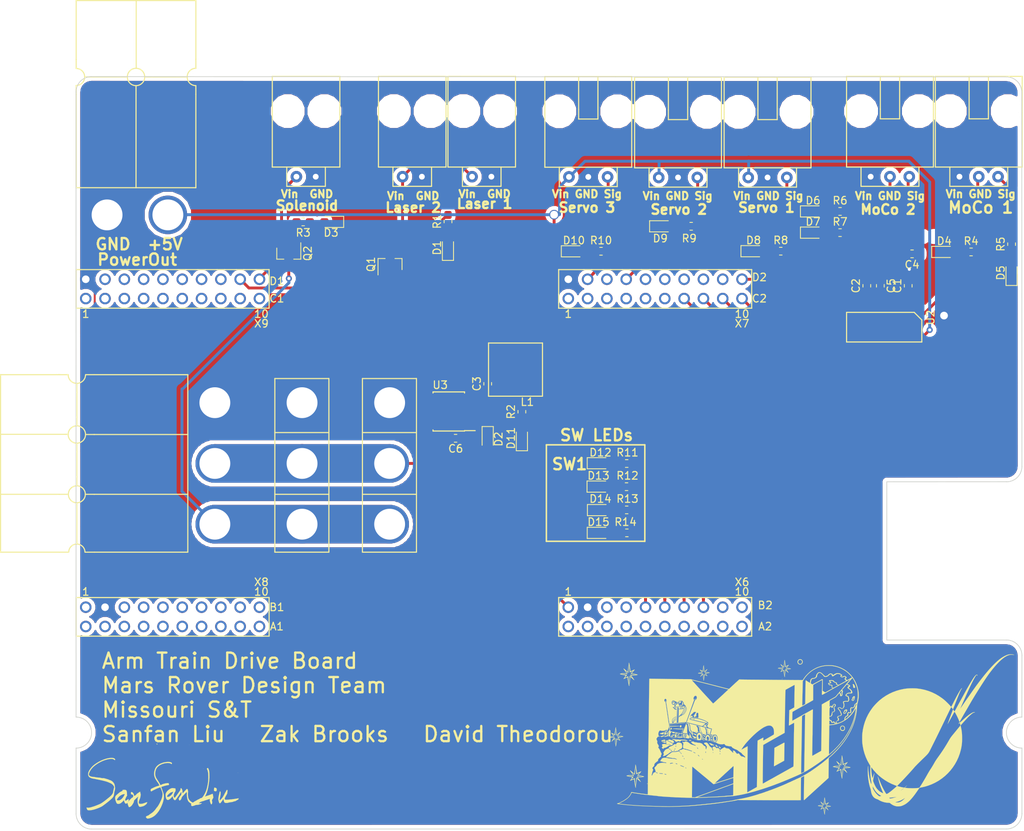
<source format=kicad_pcb>
(kicad_pcb (version 20171130) (host pcbnew "(5.0.0)")
  (layers (0 F.Cu signal) (31 B.Cu signal) (34 B.Paste user) (35 F.Paste user) (36 B.SilkS user) (37 F.SilkS user) (38 B.Mask user) (39 F.Mask user) (44 Edge.Cuts user))
  (net 0 "")
  (net 1 GND)
  (net 2 "Net-(C1-Pad1)")
  (net 3 "Net-(C2-Pad1)")
  (net 4 "Net-(C4-Pad2)")
  (net 5 "Net-(C4-Pad1)")
  (net 6 "Net-(C5-Pad1)")
  (net 7 "Net-(C5-Pad2)")
  (net 8 +5V)
  (net 9 TX_1_SL)
  (net 10 RX_1_SL)
  (net 11 RX_2_SL)
  (net 12 TX_2_SL)
  (net 13 Servo1_PWM)
  (net 14 Servo2_PWM)
  (net 15 Servo3_PWM)
  (net 16 "Net-(U1-Pad+3V3)")
  (net 17 "Net-(U1-PadPQ1)")
  (net 18 "Net-(U1-PadPQ2)")
  (net 19 RX_2_IC)
  (net 20 "Net-(U1-PadPQ3)")
  (net 21 "Net-(U1-PadPP3)")
  (net 22 "Net-(U1-PadPA4)")
  (net 23 "Net-(U1-PadRese)")
  (net 24 "Net-(U1-PadPN5)")
  (net 25 TX_2_IC)
  (net 26 "Net-(U1-PadPB4)")
  (net 27 "Net-(U1-PadPB5)")
  (net 28 "Net-(U1-PadPA5)")
  (net 29 RX_1_IC)
  (net 30 TX_1_IC)
  (net 31 "Net-(U1-PadPN4)")
  (net 32 "Net-(U1-PadPG1)")
  (net 33 "Net-(U1-PadPK4)")
  (net 34 "Net-(U1-PadPK5)")
  (net 35 "Net-(U1-PadPP5)")
  (net 36 "Net-(U1-PadPD2)")
  (net 37 "Net-(U1-PadPD4)")
  (net 38 "Net-(U1-PadPD5)")
  (net 39 "Net-(D1-Pad2)")
  (net 40 "Net-(D3-Pad2)")
  (net 41 "Net-(D4-Pad2)")
  (net 42 "Net-(D5-Pad2)")
  (net 43 "Net-(D6-Pad2)")
  (net 44 "Net-(D7-Pad2)")
  (net 45 "Net-(D8-Pad2)")
  (net 46 "Net-(D9-Pad2)")
  (net 47 "Net-(D10-Pad2)")
  (net 48 "Net-(D2-Pad1)")
  (net 49 /V+Log)
  (net 50 "Net-(Conn4-Pad1)")
  (net 51 "Net-(Conn6-Pad1)")
  (net 52 "Net-(D11-Pad2)")
  (net 53 "Net-(D12-Pad2)")
  (net 54 "Net-(D13-Pad2)")
  (net 55 "Net-(D14-Pad2)")
  (net 56 "Net-(D15-Pad2)")
  (net 57 Laser_Control)
  (net 58 SW_IND_1)
  (net 59 SW_IND_2)
  (net 60 SW_IND_3)
  (net 61 SW_IND_ERR)
  (net 62 "Net-(U1-PadPQ0)")
  (net 63 "Net-(U1-PadPP4)")
  (net 64 "Net-(U1-PadPM0)")
  (net 65 "Net-(U1-PadPM1)")
  (net 66 "Net-(U1-PadPM2)")
  (net 67 "Net-(U1-PadPM3)")
  (net 68 "Net-(U1-PadPH2)")
  (net 69 "Net-(U1-PadPH3)")
  (net 70 "Net-(U1-PadPD1)")
  (net 71 "Net-(U1-PadPD0)")
  (net 72 "Net-(U1-PadPN2)")
  (net 73 +12VA)
  (net 74 Solenoial_Control)
  (net 75 "Net-(U1-PadPK2)")
  (net 76 "Net-(U1-PadPK3)")
  (module MRDT_Connectors:MOLEX_SL_03_Horizontal (layer F.Cu) (at 188.1378 63.2714)
    (fp_text reference Conn9 hide)
    (fp_text value "Servo 3")
    (pad 1 thru_hole circle (at -2.54 0) (size 1.524 1.524) (drill 0.762) (layers *.Cu *.Mask) (net 8 +5V))
    (pad 2 thru_hole circle (at 0 0) (size 1.524 1.524) (drill 0.762) (layers *.Cu *.Mask) (net 1 GND))
    (pad 3 thru_hole circle (at 2.54 0) (size 1.524 1.524) (drill 0.762) (layers *.Cu *.Mask) (net 15 Servo3_PWM))
    (pad "" np_thru_hole circle (at -3.81 -8.636) (size 3.45 3.45) (drill 3.45) (layers *.Cu *.Mask))
    (pad "" np_thru_hole circle (at 3.81 -8.636) (size 3.45 3.45) (drill 3.45) (layers *.Cu *.Mask))
  )
  (module MRDT_ICs:SOIC_16_3.9x9.9mm_Pitch1.27mm (layer F.Cu) (at 227.076 83.058 270)
    (fp_text reference U2 (at -1.27 -6.096 270) (layer F.SilkS))
    (fp_text value MAX_3232)
    (pad 1 smd rect (at -2.7 -4.445 270) (size 1.5 0.6) (layers F.Cu F.Paste F.Mask) (net 5 "Net-(C4-Pad1)"))
    (pad 2 smd rect (at -2.7 -3.175 270) (size 1.5 0.6) (layers F.Cu F.Paste F.Mask) (net 2 "Net-(C1-Pad1)"))
    (pad 3 smd rect (at -2.7 -1.905 270) (size 1.5 0.6) (layers F.Cu F.Paste F.Mask) (net 4 "Net-(C4-Pad2)"))
    (pad 4 smd rect (at -2.7 -0.635 270) (size 1.5 0.6) (layers F.Cu F.Paste F.Mask) (net 6 "Net-(C5-Pad1)"))
    (pad 5 smd rect (at -2.7 0.635 270) (size 1.5 0.6) (layers F.Cu F.Paste F.Mask) (net 7 "Net-(C5-Pad2)"))
    (pad 6 smd rect (at -2.7 1.905 270) (size 1.5 0.6) (layers F.Cu F.Paste F.Mask) (net 3 "Net-(C2-Pad1)"))
    (pad 7 smd rect (at -2.7 3.175 270) (size 1.5 0.6) (layers F.Cu F.Paste F.Mask) (net 12 TX_2_SL))
    (pad 8 smd rect (at -2.7 4.445 270) (size 1.5 0.6) (layers F.Cu F.Paste F.Mask) (net 11 RX_2_SL))
    (pad 9 smd rect (at 2.7 4.445 270) (size 1.5 0.6) (layers F.Cu F.Paste F.Mask) (net 19 RX_2_IC))
    (pad 10 smd rect (at 2.7 3.175 270) (size 1.5 0.6) (layers F.Cu F.Paste F.Mask) (net 25 TX_2_IC))
    (pad 11 smd rect (at 2.7 1.905 270) (size 1.5 0.6) (layers F.Cu F.Paste F.Mask) (net 30 TX_1_IC))
    (pad 12 smd rect (at 2.7 0.635 270) (size 1.5 0.6) (layers F.Cu F.Paste F.Mask) (net 29 RX_1_IC))
    (pad 13 smd rect (at 2.7 -0.635 270) (size 1.5 0.6) (layers F.Cu F.Paste F.Mask) (net 10 RX_1_SL))
    (pad 14 smd rect (at 2.7 -1.905 270) (size 1.5 0.6) (layers F.Cu F.Paste F.Mask) (net 9 TX_1_SL))
    (pad 15 smd rect (at 2.7 -3.175 270) (size 1.5 0.6) (layers F.Cu F.Paste F.Mask) (net 1 GND))
    (pad 16 smd rect (at 2.7 -4.445 270) (size 1.5 0.6) (layers F.Cu F.Paste F.Mask) (net 8 +5V))
  )
  (module Capacitor_SMD:C_0603_1608Metric_Pad1.05x0.95mm_HandSolder (layer F.Cu) (at 230.237 77.611 90)
    (fp_text reference C1 (at 0 -1.43 90) (layer F.SilkS))
    (fp_text value .1uF)
    (pad 1 smd roundrect (at -0.875 0 90) (size 1.05 0.95) (layers F.Cu F.Paste F.Mask) (net 2 "Net-(C1-Pad1)"))
    (pad 2 smd roundrect (at 0.875 0 90) (size 1.05 0.95) (layers F.Cu F.Paste F.Mask) (net 1 GND))
  )
  (module Capacitor_SMD:C_0603_1608Metric_Pad1.05x0.95mm_HandSolder (layer F.Cu) (at 224.79 77.611 90)
    (fp_text reference C2 (at 0 -1.43 90) (layer F.SilkS))
    (fp_text value .1uF)
    (pad 2 smd roundrect (at 0.875 0 90) (size 1.05 0.95) (layers F.Cu F.Paste F.Mask) (net 1 GND))
    (pad 1 smd roundrect (at -0.875 0 90) (size 1.05 0.95) (layers F.Cu F.Paste F.Mask) (net 3 "Net-(C2-Pad1)"))
  )
  (module Capacitor_SMD:C_0603_1608Metric_Pad1.05x0.95mm_HandSolder (layer F.Cu) (at 174.9044 90.5142 90)
    (fp_text reference C3 (at 0 -1.43 90) (layer F.SilkS))
    (fp_text value 10uF)
    (pad 1 smd roundrect (at -0.875 0 90) (size 1.05 0.95) (layers F.Cu F.Paste F.Mask) (net 8 +5V))
    (pad 2 smd roundrect (at 0.875 0 90) (size 1.05 0.95) (layers F.Cu F.Paste F.Mask) (net 1 GND))
  )
  (module Capacitor_SMD:C_0603_1608Metric_Pad1.05x0.95mm_HandSolder (layer F.Cu) (at 230.745 73.406 180)
    (fp_text reference C4 (at 0 -1.43 180) (layer F.SilkS))
    (fp_text value .1uF)
    (pad 2 smd roundrect (at 0.875 0 180) (size 1.05 0.95) (layers F.Cu F.Paste F.Mask) (net 4 "Net-(C4-Pad2)"))
    (pad 1 smd roundrect (at -0.875 0 180) (size 1.05 0.95) (layers F.Cu F.Paste F.Mask) (net 5 "Net-(C4-Pad1)"))
  )
  (module Capacitor_SMD:C_0603_1608Metric_Pad1.05x0.95mm_HandSolder (layer F.Cu) (at 226.568 77.611 270)
    (fp_text reference C5 (at 0 -1.43 270) (layer F.SilkS))
    (fp_text value .1uF)
    (pad 2 smd roundrect (at 0.875 0 270) (size 1.05 0.95) (layers F.Cu F.Paste F.Mask) (net 7 "Net-(C5-Pad2)"))
    (pad 1 smd roundrect (at -0.875 0 270) (size 1.05 0.95) (layers F.Cu F.Paste F.Mask) (net 6 "Net-(C5-Pad1)"))
  )
  (module Capacitor_SMD:C_0603_1608Metric_Pad1.05x0.95mm_HandSolder (layer F.Cu) (at 170.6766 97.6884)
    (fp_text reference C6 (at 0.0114 1.3716) (layer F.SilkS))
    (fp_text value 10uF)
    (pad 1 smd roundrect (at -0.875 0) (size 1.05 0.95) (layers F.Cu F.Paste F.Mask) (net 1 GND))
    (pad 2 smd roundrect (at 0.875 0) (size 1.05 0.95) (layers F.Cu F.Paste F.Mask) (net 49 /V+Log))
  )
  (module MRDT_Connectors:Anderson_2_Horisontal_Side_by_Side (layer F.Cu) (at 120.7526 64.6938 270)
    (fp_text reference Conn1 hide)
    (fp_text value AndersonPP)
    (pad 1 thru_hole circle (at 3.5814 -4.063 270) (size 5.08 5.08) (drill 4.06) (layers *.Cu *.Mask F.Paste) (net 1 GND))
    (pad 2 thru_hole circle (at 3.5814 -12.064 270) (size 5.08 5.08) (drill 4.06) (layers *.Cu *.Mask F.Paste) (net 8 +5V))
  )
  (module MRDT_Connectors:MOLEX_SL_03_Horizontal (layer F.Cu) (at 239.522 63.246)
    (fp_text reference Conn2 hide)
    (fp_text value "MoCo 1")
    (pad 1 thru_hole circle (at -2.54 0) (size 1.524 1.524) (drill 0.762) (layers *.Cu *.Mask) (net 1 GND))
    (pad 2 thru_hole circle (at 0 0) (size 1.524 1.524) (drill 0.762) (layers *.Cu *.Mask) (net 9 TX_1_SL))
    (pad 3 thru_hole circle (at 2.54 0) (size 1.524 1.524) (drill 0.762) (layers *.Cu *.Mask) (net 10 RX_1_SL))
    (pad "" np_thru_hole circle (at -3.81 -8.636) (size 3.45 3.45) (drill 3.45) (layers *.Cu *.Mask))
    (pad "" np_thru_hole circle (at 3.81 -8.636) (size 3.45 3.45) (drill 3.45) (layers *.Cu *.Mask))
  )
  (module MRDT_Connectors:MOLEX_SL_03_Horizontal (layer F.Cu) (at 227.838 63.246)
    (fp_text reference Conn3 hide)
    (fp_text value "MoCo 2")
    (pad "" np_thru_hole circle (at 3.81 -8.636) (size 3.45 3.45) (drill 3.45) (layers *.Cu *.Mask))
    (pad "" np_thru_hole circle (at -3.81 -8.636) (size 3.45 3.45) (drill 3.45) (layers *.Cu *.Mask))
    (pad 3 thru_hole circle (at 2.54 0) (size 1.524 1.524) (drill 0.762) (layers *.Cu *.Mask) (net 11 RX_2_SL))
    (pad 2 thru_hole circle (at 0 0) (size 1.524 1.524) (drill 0.762) (layers *.Cu *.Mask) (net 12 TX_2_SL))
    (pad 1 thru_hole circle (at -2.54 0) (size 1.524 1.524) (drill 0.762) (layers *.Cu *.Mask) (net 1 GND))
  )
  (module MRDT_Connectors:MOLEX_SL_02_Horizontal (layer F.Cu) (at 174.117 63.246)
    (fp_text reference Conn4 hide)
    (fp_text value "Laser 1")
    (pad "" np_thru_hole circle (at -2.415 -8.64) (size 3.45 3.45) (drill 3.45) (layers *.Cu *.Mask))
    (pad 1 thru_hole circle (at -1.27 0) (size 1.524 1.524) (drill 0.762) (layers *.Cu *.Mask) (net 50 "Net-(Conn4-Pad1)"))
    (pad 2 thru_hole circle (at 1.27 0) (size 1.524 1.524) (drill 0.762) (layers *.Cu *.Mask) (net 1 GND))
    (pad "" np_thru_hole circle (at 2.413 -8.636) (size 3.45 3.45) (drill 3.45) (layers *.Cu *.Mask))
  )
  (module MRDT_Connectors:MOLEX_SL_02_Horizontal (layer F.Cu) (at 164.973 63.246)
    (fp_text reference Conn5 hide)
    (fp_text value "Laser 2")
    (pad "" np_thru_hole circle (at 2.413 -8.636) (size 3.45 3.45) (drill 3.45) (layers *.Cu *.Mask))
    (pad 2 thru_hole circle (at 1.27 0) (size 1.524 1.524) (drill 0.762) (layers *.Cu *.Mask) (net 1 GND))
    (pad 1 thru_hole circle (at -1.27 0) (size 1.524 1.524) (drill 0.762) (layers *.Cu *.Mask) (net 50 "Net-(Conn4-Pad1)"))
    (pad "" np_thru_hole circle (at -2.415 -8.64) (size 3.45 3.45) (drill 3.45) (layers *.Cu *.Mask))
  )
  (module MRDT_Connectors:MOLEX_SL_02_Horizontal (layer F.Cu) (at 151.003 63.246)
    (fp_text reference Conn6 hide)
    (fp_text value Solenoid)
    (pad "" np_thru_hole circle (at -2.415 -8.64) (size 3.45 3.45) (drill 3.45) (layers *.Cu *.Mask))
    (pad 1 thru_hole circle (at -1.27 0) (size 1.524 1.524) (drill 0.762) (layers *.Cu *.Mask) (net 51 "Net-(Conn6-Pad1)"))
    (pad 2 thru_hole circle (at 1.27 0) (size 1.524 1.524) (drill 0.762) (layers *.Cu *.Mask) (net 1 GND))
    (pad "" np_thru_hole circle (at 2.413 -8.636) (size 3.45 3.45) (drill 3.45) (layers *.Cu *.Mask))
  )
  (module MRDT_Connectors:MOLEX_SL_03_Horizontal (layer F.Cu) (at 211.7288 63.3476)
    (fp_text reference Conn7 hide)
    (fp_text value "Servo 1")
    (pad "" np_thru_hole circle (at 3.81 -8.636) (size 3.45 3.45) (drill 3.45) (layers *.Cu *.Mask))
    (pad "" np_thru_hole circle (at -3.81 -8.636) (size 3.45 3.45) (drill 3.45) (layers *.Cu *.Mask))
    (pad 3 thru_hole circle (at 2.54 0) (size 1.524 1.524) (drill 0.762) (layers *.Cu *.Mask) (net 13 Servo1_PWM))
    (pad 2 thru_hole circle (at 0 0) (size 1.524 1.524) (drill 0.762) (layers *.Cu *.Mask) (net 1 GND))
    (pad 1 thru_hole circle (at -2.54 0) (size 1.524 1.524) (drill 0.762) (layers *.Cu *.Mask) (net 8 +5V))
  )
  (module MRDT_Connectors:MOLEX_SL_03_Horizontal (layer F.Cu) (at 199.9488 63.3476)
    (fp_text reference Conn8 hide)
    (fp_text value "Servo 2")
    (pad 1 thru_hole circle (at -2.54 0) (size 1.524 1.524) (drill 0.762) (layers *.Cu *.Mask) (net 8 +5V))
    (pad 2 thru_hole circle (at 0 0) (size 1.524 1.524) (drill 0.762) (layers *.Cu *.Mask) (net 1 GND))
    (pad 3 thru_hole circle (at 2.54 0) (size 1.524 1.524) (drill 0.762) (layers *.Cu *.Mask) (net 14 Servo2_PWM))
    (pad "" np_thru_hole circle (at -3.81 -8.636) (size 3.45 3.45) (drill 3.45) (layers *.Cu *.Mask))
    (pad "" np_thru_hole circle (at 3.81 -8.636) (size 3.45 3.45) (drill 3.45) (layers *.Cu *.Mask))
  )
  (module MRDT_Connectors:Anderson_3_Horisontal_Side_by_Side (layer F.Cu) (at 135.4186 112.684)
    (fp_text reference Conn10 hide)
    (fp_text value AndersonPP)
    (pad 3 thru_hole circle (at 3.5814 -3.684) (size 5.08 5.08) (drill 4.06) (layers *.Cu *.Mask F.Paste) (net 73 +12VA))
    (pad 2 thru_hole circle (at 3.5814 -11.683) (size 5.08 5.08) (drill 4.06) (layers *.Cu *.Mask F.Paste) (net 49 /V+Log))
    (pad 1 thru_hole circle (at 3.5814 -19.684) (size 5.08 5.08) (drill 4.06) (layers *.Cu *.Mask F.Paste) (net 1 GND))
  )
  (module "Project Library:Anderson_3_Horisontal_Side_by_Side" (layer F.Cu) (at 146.8936 112.684)
    (fp_text reference Conn11 hide)
    (fp_text value AndersonPP)
    (pad 3 thru_hole circle (at 3.5814 -3.684) (size 5.08 5.08) (drill 4.06) (layers *.Cu *.Mask F.Paste) (net 73 +12VA))
    (pad 2 thru_hole circle (at 3.5814 -11.683) (size 5.08 5.08) (drill 4.06) (layers *.Cu *.Mask F.Paste) (net 49 /V+Log))
    (pad 1 thru_hole circle (at 3.5814 -19.684) (size 5.08 5.08) (drill 4.06) (layers *.Cu *.Mask F.Paste) (net 1 GND))
  )
  (module "Project Library:Anderson_3_Horisontal_Side_by_Side" (layer F.Cu) (at 158.4186 112.684)
    (fp_text reference Conn12 hide)
    (fp_text value AndersonPP)
    (pad 1 thru_hole circle (at 3.5814 -19.684) (size 5.08 5.08) (drill 4.06) (layers *.Cu *.Mask F.Paste) (net 1 GND))
    (pad 2 thru_hole circle (at 3.5814 -11.683) (size 5.08 5.08) (drill 4.06) (layers *.Cu *.Mask F.Paste) (net 49 /V+Log))
    (pad 3 thru_hole circle (at 3.5814 -3.684) (size 5.08 5.08) (drill 4.06) (layers *.Cu *.Mask F.Paste) (net 73 +12VA))
  )
  (module LED_SMD:LED_0603_1608Metric_Pad1.05x0.95mm_HandSolder (layer F.Cu) (at 169.672 72.609 90)
    (fp_text reference D1 (at 0 -1.43 90) (layer F.SilkS))
    (fp_text value OrangeLED)
    (pad 2 smd roundrect (at 0.875 0 90) (size 1.05 0.95) (layers F.Cu F.Paste F.Mask) (net 39 "Net-(D1-Pad2)"))
    (pad 1 smd roundrect (at -0.875 0 90) (size 1.05 0.95) (layers F.Cu F.Paste F.Mask) (net 1 GND))
  )
  (module LED_SMD:LED_0603_1608Metric_Pad1.05x0.95mm_HandSolder (layer F.Cu) (at 174.9044 97.8014 270)
    (fp_text reference D2 (at 0 -1.43 270) (layer F.SilkS))
    (fp_text value D_Schottky)
    (pad 1 smd roundrect (at -0.875 0 270) (size 1.05 0.95) (layers F.Cu F.Paste F.Mask) (net 48 "Net-(D2-Pad1)"))
    (pad 2 smd roundrect (at 0.875 0 270) (size 1.05 0.95) (layers F.Cu F.Paste F.Mask) (net 1 GND))
  )
  (module LED_SMD:LED_0603_1608Metric_Pad1.05x0.95mm_HandSolder (layer F.Cu) (at 154.291 69.194 180)
    (fp_text reference D3 (at 0 -1.43 180) (layer F.SilkS))
    (fp_text value OrangeLED)
    (pad 1 smd roundrect (at -0.875 0 180) (size 1.05 0.95) (layers F.Cu F.Paste F.Mask) (net 1 GND))
    (pad 2 smd roundrect (at 0.875 0 180) (size 1.05 0.95) (layers F.Cu F.Paste F.Mask) (net 40 "Net-(D3-Pad2)"))
  )
  (module LED_SMD:LED_0603_1608Metric_Pad1.05x0.95mm_HandSolder (layer F.Cu) (at 234.985 73.152)
    (fp_text reference D4 (at 0 -1.43) (layer F.SilkS))
    (fp_text value YellowLED)
    (pad 2 smd roundrect (at 0.875 0) (size 1.05 0.95) (layers F.Cu F.Paste F.Mask) (net 41 "Net-(D4-Pad2)"))
    (pad 1 smd roundrect (at -0.875 0) (size 1.05 0.95) (layers F.Cu F.Paste F.Mask) (net 1 GND))
  )
  (module LED_SMD:LED_0603_1608Metric_Pad1.05x0.95mm_HandSolder (layer F.Cu) (at 243.84 75.911 90)
    (fp_text reference D5 (at 0 -1.43 90) (layer F.SilkS))
    (fp_text value YellowLED)
    (pad 1 smd roundrect (at -0.875 0 90) (size 1.05 0.95) (layers F.Cu F.Paste F.Mask) (net 1 GND))
    (pad 2 smd roundrect (at 0.875 0 90) (size 1.05 0.95) (layers F.Cu F.Paste F.Mask) (net 42 "Net-(D5-Pad2)"))
  )
  (module LED_SMD:LED_0603_1608Metric_Pad1.05x0.95mm_HandSolder (layer F.Cu) (at 217.713 67.818)
    (fp_text reference D6 (at 0 -1.43) (layer F.SilkS))
    (fp_text value YellowLED)
    (pad 2 smd roundrect (at 0.875 0) (size 1.05 0.95) (layers F.Cu F.Paste F.Mask) (net 43 "Net-(D6-Pad2)"))
    (pad 1 smd roundrect (at -0.875 0) (size 1.05 0.95) (layers F.Cu F.Paste F.Mask) (net 1 GND))
  )
  (module LED_SMD:LED_0603_1608Metric_Pad1.05x0.95mm_HandSolder (layer F.Cu) (at 217.713 70.612)
    (fp_text reference D7 (at 0 -1.43) (layer F.SilkS))
    (fp_text value YellowLED)
    (pad 1 smd roundrect (at -0.875 0) (size 1.05 0.95) (layers F.Cu F.Paste F.Mask) (net 1 GND))
    (pad 2 smd roundrect (at 0.875 0) (size 1.05 0.95) (layers F.Cu F.Paste F.Mask) (net 44 "Net-(D7-Pad2)"))
  )
  (module LED_SMD:LED_0603_1608Metric_Pad1.05x0.95mm_HandSolder (layer F.Cu) (at 209.8854 73.0528)
    (fp_text reference D8 (at 0 -1.43) (layer F.SilkS))
    (fp_text value YellowLED)
    (pad 2 smd roundrect (at 0.875 0) (size 1.05 0.95) (layers F.Cu F.Paste F.Mask) (net 45 "Net-(D8-Pad2)"))
    (pad 1 smd roundrect (at -0.875 0) (size 1.05 0.95) (layers F.Cu F.Paste F.Mask) (net 1 GND))
  )
  (module LED_SMD:LED_0603_1608Metric_Pad1.05x0.95mm_HandSolder (layer F.Cu) (at 197.8694 69.7768)
    (fp_text reference D9 (at -0.2574 1.5972) (layer F.SilkS))
    (fp_text value YellowLED)
    (pad 1 smd roundrect (at -0.875 0) (size 1.05 0.95) (layers F.Cu F.Paste F.Mask) (net 1 GND))
    (pad 2 smd roundrect (at 0.875 0) (size 1.05 0.95) (layers F.Cu F.Paste F.Mask) (net 46 "Net-(D9-Pad2)"))
  )
  (module LED_SMD:LED_0603_1608Metric_Pad1.05x0.95mm_HandSolder (layer F.Cu) (at 186.248 73.07)
    (fp_text reference D10 (at 0 -1.43) (layer F.SilkS))
    (fp_text value YellowLED)
    (pad 2 smd roundrect (at 0.875 0) (size 1.05 0.95) (layers F.Cu F.Paste F.Mask) (net 47 "Net-(D10-Pad2)"))
    (pad 1 smd roundrect (at -0.875 0) (size 1.05 0.95) (layers F.Cu F.Paste F.Mask) (net 1 GND))
  )
  (module Package_TO_SOT_SMD:SOT-23 (layer F.Cu) (at 162.052 74.782 90)
    (fp_text reference Q1 (at 0 -2.5 90) (layer F.SilkS))
    (fp_text value Q_NMOS_DGS)
    (pad 3 smd rect (at 1 0 90) (size 0.9 0.8) (layers F.Cu F.Paste F.Mask) (net 73 +12VA))
    (pad 2 smd rect (at -1 0.95 90) (size 0.9 0.8) (layers F.Cu F.Paste F.Mask) (net 50 "Net-(Conn4-Pad1)"))
    (pad 1 smd rect (at -1 -0.95 90) (size 0.9 0.8) (layers F.Cu F.Paste F.Mask) (net 57 Laser_Control))
  )
  (module Package_TO_SOT_SMD:SOT-23 (layer F.Cu) (at 148.7272 73.3436 270)
    (fp_text reference Q2 (at 0 -2.5 270) (layer F.SilkS))
    (fp_text value Q_NMOS_DGS)
    (pad 1 smd rect (at -1 -0.95 270) (size 0.9 0.8) (layers F.Cu F.Paste F.Mask) (net 74 Solenoial_Control))
    (pad 2 smd rect (at -1 0.95 270) (size 0.9 0.8) (layers F.Cu F.Paste F.Mask) (net 51 "Net-(Conn6-Pad1)"))
    (pad 3 smd rect (at 1 0 270) (size 0.9 0.8) (layers F.Cu F.Paste F.Mask) (net 73 +12VA))
  )
  (module Resistor_SMD:R_0603_1608Metric_Pad1.05x0.95mm_HandSolder (layer F.Cu) (at 169.68 69.15 90)
    (fp_text reference R1 (at 0 -1.43 90) (layer F.SilkS))
    (fp_text value 1.5k)
    (pad 1 smd roundrect (at -0.875 0 90) (size 1.05 0.95) (layers F.Cu F.Paste F.Mask) (net 39 "Net-(D1-Pad2)"))
    (pad 2 smd roundrect (at 0.875 0 90) (size 1.05 0.95) (layers F.Cu F.Paste F.Mask) (net 57 Laser_Control))
  )
  (module Resistor_SMD:R_0603_1608Metric_Pad1.05x0.95mm_HandSolder (layer F.Cu) (at 150.622 69.194 180)
    (fp_text reference R3 (at 0 -1.43 180) (layer F.SilkS))
    (fp_text value 1.5k)
    (pad 2 smd roundrect (at 0.875 0 180) (size 1.05 0.95) (layers F.Cu F.Paste F.Mask) (net 74 Solenoial_Control))
    (pad 1 smd roundrect (at -0.875 0 180) (size 1.05 0.95) (layers F.Cu F.Paste F.Mask) (net 40 "Net-(D3-Pad2)"))
  )
  (module Resistor_SMD:R_0603_1608Metric_Pad1.05x0.95mm_HandSolder (layer F.Cu) (at 238.513 73.152)
    (fp_text reference R4 (at 0 -1.43) (layer F.SilkS))
    (fp_text value 500)
    (pad 1 smd roundrect (at -0.875 0) (size 1.05 0.95) (layers F.Cu F.Paste F.Mask) (net 41 "Net-(D4-Pad2)"))
    (pad 2 smd roundrect (at 0.875 0) (size 1.05 0.95) (layers F.Cu F.Paste F.Mask) (net 9 TX_1_SL))
  )
  (module Resistor_SMD:R_0603_1608Metric_Pad1.05x0.95mm_HandSolder (layer F.Cu) (at 243.84 72.129 90)
    (fp_text reference R5 (at 0 -1.43 90) (layer F.SilkS))
    (fp_text value 500)
    (pad 2 smd roundrect (at 0.875 0 90) (size 1.05 0.95) (layers F.Cu F.Paste F.Mask) (net 10 RX_1_SL))
    (pad 1 smd roundrect (at -0.875 0 90) (size 1.05 0.95) (layers F.Cu F.Paste F.Mask) (net 42 "Net-(D5-Pad2)"))
  )
  (module Resistor_SMD:R_0603_1608Metric_Pad1.05x0.95mm_HandSolder (layer F.Cu) (at 221.269 67.818)
    (fp_text reference R6 (at 0 -1.43) (layer F.SilkS))
    (fp_text value 500)
    (pad 1 smd roundrect (at -0.875 0) (size 1.05 0.95) (layers F.Cu F.Paste F.Mask) (net 43 "Net-(D6-Pad2)"))
    (pad 2 smd roundrect (at 0.875 0) (size 1.05 0.95) (layers F.Cu F.Paste F.Mask) (net 12 TX_2_SL))
  )
  (module Resistor_SMD:R_0603_1608Metric_Pad1.05x0.95mm_HandSolder (layer F.Cu) (at 221.269 70.612)
    (fp_text reference R7 (at 0 -1.43) (layer F.SilkS))
    (fp_text value 500)
    (pad 2 smd roundrect (at 0.875 0) (size 1.05 0.95) (layers F.Cu F.Paste F.Mask) (net 11 RX_2_SL))
    (pad 1 smd roundrect (at -0.875 0) (size 1.05 0.95) (layers F.Cu F.Paste F.Mask) (net 44 "Net-(D7-Pad2)"))
  )
  (module Resistor_SMD:R_0603_1608Metric_Pad1.05x0.95mm_HandSolder (layer F.Cu) (at 213.4694 73.0528)
    (fp_text reference R8 (at 0 -1.43) (layer F.SilkS))
    (fp_text value 500)
    (pad 1 smd roundrect (at -0.875 0) (size 1.05 0.95) (layers F.Cu F.Paste F.Mask) (net 45 "Net-(D8-Pad2)"))
    (pad 2 smd roundrect (at 0.875 0) (size 1.05 0.95) (layers F.Cu F.Paste F.Mask) (net 13 Servo1_PWM))
  )
  (module Resistor_SMD:R_0603_1608Metric_Pad1.05x0.95mm_HandSolder (layer F.Cu) (at 201.6794 69.7768)
    (fp_text reference R9 (at -0.2574 1.5972) (layer F.SilkS))
    (fp_text value 500)
    (pad 2 smd roundrect (at 0.875 0) (size 1.05 0.95) (layers F.Cu F.Paste F.Mask) (net 14 Servo2_PWM))
    (pad 1 smd roundrect (at -0.875 0) (size 1.05 0.95) (layers F.Cu F.Paste F.Mask) (net 46 "Net-(D9-Pad2)"))
  )
  (module Resistor_SMD:R_0603_1608Metric_Pad1.05x0.95mm_HandSolder (layer F.Cu) (at 189.815 73.066)
    (fp_text reference R10 (at 0 -1.43) (layer F.SilkS))
    (fp_text value 500)
    (pad 1 smd roundrect (at -0.875 0) (size 1.05 0.95) (layers F.Cu F.Paste F.Mask) (net 47 "Net-(D10-Pad2)"))
    (pad 2 smd roundrect (at 0.875 0) (size 1.05 0.95) (layers F.Cu F.Paste F.Mask) (net 15 Servo3_PWM))
  )
  (module "Project Library:TM4C129E_Launchpad_FULL_ext" (layer F.Cu) (at 120.74 123.74)
    (fp_text reference U1 hide)
    (fp_text value TM4C129E_Launchpad hide)
    (fp_text user 1 (at 1.27 -42.418 180) (layer F.SilkS))
    (fp_text user 10 (at 24.384 -42.418 180) (layer F.SilkS))
    (fp_text user 1 (at 1.27 -5.842 180) (layer F.SilkS))
    (fp_text user 10 (at 24.384 -5.842 180) (layer F.SilkS))
    (fp_text user 1 (at 64.77 -42.418 180) (layer F.SilkS))
    (fp_text user 10 (at 87.63 -42.418 180) (layer F.SilkS))
    (fp_text user 10 (at 87.63 -5.842 180) (layer F.SilkS))
    (fp_text user 1 (at 64.77 -5.842 180) (layer F.SilkS))
    (fp_text user X9 (at 24.384 -41.148 180) (layer F.SilkS))
    (fp_text user X8 (at 24.384 -7.112 180) (layer F.SilkS))
    (fp_text user X7 (at 87.63 -41.148 180) (layer F.SilkS))
    (fp_text user X6 (at 87.63 -7.112) (layer F.SilkS))
    (fp_text user C1 (at 26.416 -44.45 180) (layer F.SilkS))
    (fp_text user D1 (at 26.416 -46.736 180) (layer F.SilkS))
    (fp_text user C2 (at 89.916 -44.45 180) (layer F.SilkS))
    (fp_text user D2 (at 89.916 -47.244) (layer F.SilkS))
    (fp_text user B1 (at 26.416 -3.81 180) (layer F.SilkS))
    (fp_text user A1 (at 26.416 -1.27 180) (layer F.SilkS))
    (fp_text user B2 (at 90.678 -4.064 180) (layer F.SilkS))
    (fp_text user A2 (at 90.678 -1.27 180) (layer F.SilkS))
    (pad +3V3 thru_hole circle (at 64.77 -1.27 180) (size 1.52 1.52) (drill 1) (layers *.Cu *.Mask F.Paste) (net 16 "Net-(U1-Pad+3V3)"))
    (pad PM6 thru_hole circle (at 87.63 -46.99 180) (size 1.52 1.52) (drill 1) (layers *.Cu *.Mask F.Paste) (net 13 Servo1_PWM))
    (pad PQ1 thru_hole circle (at 85.09 -46.99 180) (size 1.52 1.52) (drill 1) (layers *.Cu *.Mask F.Paste) (net 17 "Net-(U1-PadPQ1)"))
    (pad PQ2 thru_hole circle (at 77.47 -46.99 180) (size 1.52 1.52) (drill 1) (layers *.Cu *.Mask F.Paste) (net 18 "Net-(U1-PadPQ2)"))
    (pad PK0 thru_hole circle (at 74.93 -3.81 180) (size 1.52 1.52) (drill 1) (layers *.Cu *.Mask F.Paste) (net 19 RX_2_IC))
    (pad PQ3 thru_hole circle (at 80.01 -46.99 180) (size 1.52 1.52) (drill 1) (layers *.Cu *.Mask F.Paste) (net 20 "Net-(U1-PadPQ3)"))
    (pad PP3 thru_hole circle (at 82.55 -46.99 180) (size 1.52 1.52) (drill 1) (layers *.Cu *.Mask F.Paste) (net 21 "Net-(U1-PadPP3)"))
    (pad PQ0 thru_hole circle (at 80.01 -1.27 180) (size 1.52 1.52) (drill 1) (layers *.Cu *.Mask F.Paste) (net 62 "Net-(U1-PadPQ0)"))
    (pad PA4 thru_hole circle (at 85.09 -3.81 180) (size 1.52 1.52) (drill 1) (layers *.Cu *.Mask F.Paste) (net 22 "Net-(U1-PadPA4)"))
    (pad Rese thru_hole circle (at 74.93 -46.99 180) (size 1.52 1.52) (drill 1) (layers *.Cu *.Mask F.Paste) (net 23 "Net-(U1-PadRese)"))
    (pad PA7 thru_hole circle (at 72.39 -46.99 180) (size 1.52 1.52) (drill 1) (layers *.Cu *.Mask F.Paste) (net 14 Servo2_PWM))
    (pad PN5 thru_hole circle (at 85.09 -1.27 180) (size 1.52 1.52) (drill 1) (layers *.Cu *.Mask F.Paste) (net 24 "Net-(U1-PadPN5)"))
    (pad PK2 thru_hole circle (at 80.01 -3.81 180) (size 1.52 1.52) (drill 1) (layers *.Cu *.Mask F.Paste) (net 75 "Net-(U1-PadPK2)"))
    (pad PK1 thru_hole circle (at 77.47 -3.81 180) (size 1.52 1.52) (drill 1) (layers *.Cu *.Mask F.Paste) (net 25 TX_2_IC))
    (pad +5V thru_hole circle (at 64.77 -3.81 180) (size 1.52 1.52) (drill 1) (layers *.Cu *.Mask F.Paste) (net 8 +5V))
    (pad GND thru_hole circle (at 67.31 -3.81 180) (size 1.52 1.52) (drill 1) (layers *.Cu *.Mask F.Paste) (net 1 GND))
    (pad PB4 thru_hole circle (at 69.85 -3.81 180) (size 1.52 1.52) (drill 1) (layers *.Cu *.Mask F.Paste) (net 26 "Net-(U1-PadPB4)"))
    (pad PB5 thru_hole circle (at 72.39 -3.81 180) (size 1.52 1.52) (drill 1) (layers *.Cu *.Mask F.Paste) (net 27 "Net-(U1-PadPB5)"))
    (pad PK3 thru_hole circle (at 82.55 -3.81 180) (size 1.52 1.52) (drill 1) (layers *.Cu *.Mask F.Paste) (net 76 "Net-(U1-PadPK3)"))
    (pad PA5 thru_hole circle (at 87.63 -3.81 180) (size 1.52 1.52) (drill 1) (layers *.Cu *.Mask F.Paste) (net 28 "Net-(U1-PadPA5)"))
    (pad PD2 thru_hole circle (at 67.31 -1.27 180) (size 1.52 1.52) (drill 1) (layers *.Cu *.Mask F.Paste) (net 36 "Net-(U1-PadPD2)"))
    (pad PP0 thru_hole circle (at 69.85 -1.27 180) (size 1.52 1.52) (drill 1) (layers *.Cu *.Mask F.Paste) (net 29 RX_1_IC))
    (pad PP1 thru_hole circle (at 72.39 -1.27 180) (size 1.52 1.52) (drill 1) (layers *.Cu *.Mask F.Paste) (net 30 TX_1_IC))
    (pad PD4 thru_hole circle (at 74.93 -1.27 180) (size 1.52 1.52) (drill 1) (layers *.Cu *.Mask F.Paste) (net 37 "Net-(U1-PadPD4)"))
    (pad PD5 thru_hole circle (at 77.47 -1.27 180) (size 1.52 1.52) (drill 1) (layers *.Cu *.Mask F.Paste) (net 38 "Net-(U1-PadPD5)"))
    (pad PP4 thru_hole circle (at 82.55 -1.27 180) (size 1.52 1.52) (drill 1) (layers *.Cu *.Mask F.Paste) (net 63 "Net-(U1-PadPP4)"))
    (pad PN4 thru_hole circle (at 87.63 -1.27 180) (size 1.52 1.52) (drill 1) (layers *.Cu *.Mask F.Paste) (net 31 "Net-(U1-PadPN4)"))
    (pad PG1 thru_hole circle (at 64.77 -44.45 180) (size 1.52 1.52) (drill 1) (layers *.Cu *.Mask F.Paste) (net 32 "Net-(U1-PadPG1)"))
    (pad PK4 thru_hole circle (at 67.31 -44.45 180) (size 1.52 1.52) (drill 1) (layers *.Cu *.Mask F.Paste) (net 33 "Net-(U1-PadPK4)"))
    (pad PK5 thru_hole circle (at 69.85 -44.45 180) (size 1.52 1.52) (drill 1) (layers *.Cu *.Mask F.Paste) (net 34 "Net-(U1-PadPK5)"))
    (pad PM0 thru_hole circle (at 72.39 -44.45 180) (size 1.52 1.52) (drill 1) (layers *.Cu *.Mask F.Paste) (net 64 "Net-(U1-PadPM0)"))
    (pad PM1 thru_hole circle (at 74.93 -44.45 180) (size 1.52 1.52) (drill 1) (layers *.Cu *.Mask F.Paste) (net 65 "Net-(U1-PadPM1)"))
    (pad PM2 thru_hole circle (at 77.47 -44.45 180) (size 1.52 1.52) (drill 1) (layers *.Cu *.Mask F.Paste) (net 66 "Net-(U1-PadPM2)"))
    (pad PH0 thru_hole circle (at 80.01 -44.45 180) (size 1.52 1.52) (drill 1) (layers *.Cu *.Mask F.Paste) (net 58 SW_IND_1))
    (pad PH1 thru_hole circle (at 82.55 -44.45 180) (size 1.52 1.52) (drill 1) (layers *.Cu *.Mask F.Paste) (net 59 SW_IND_2))
    (pad PK6 thru_hole circle (at 85.09 -44.45 180) (size 1.52 1.52) (drill 1) (layers *.Cu *.Mask F.Paste) (net 60 SW_IND_3))
    (pad PK7 thru_hole circle (at 87.63 -44.45 180) (size 1.52 1.52) (drill 1) (layers *.Cu *.Mask F.Paste) (net 61 SW_IND_ERR))
    (pad GND thru_hole circle (at 64.77 -46.99 180) (size 1.52 1.52) (drill 1) (layers *.Cu *.Mask F.Paste) (net 1 GND))
    (pad PM7 thru_hole circle (at 67.31 -46.99 180) (size 1.52 1.52) (drill 1) (layers *.Cu *.Mask F.Paste) (net 15 Servo3_PWM))
    (pad PP5 thru_hole circle (at 69.85 -46.99 180) (size 1.52 1.52) (drill 1) (layers *.Cu *.Mask F.Paste) (net 35 "Net-(U1-PadPP5)"))
    (pad +5V thru_hole circle (at 1.27 -3.81 180) (size 1.52 1.52) (drill 1) (layers *.Cu *.Mask F.Paste) (net 8 +5V))
    (pad GND thru_hole circle (at 3.81 -3.81 180) (size 1.52 1.52) (drill 1) (layers *.Cu *.Mask F.Paste) (net 1 GND))
    (pad PE0 thru_hole circle (at 6.35 -3.81 180) (size 1.52 1.52) (drill 1) (layers *.Cu *.Mask F.Paste))
    (pad PE1 thru_hole circle (at 8.89 -3.81 180) (size 1.52 1.52) (drill 1) (layers *.Cu *.Mask F.Paste))
    (pad PE2 thru_hole circle (at 11.43 -3.81 180) (size 1.52 1.52) (drill 1) (layers *.Cu *.Mask F.Paste))
    (pad PE3 thru_hole circle (at 13.97 -3.81 180) (size 1.52 1.52) (drill 1) (layers *.Cu *.Mask F.Paste))
    (pad PD7 thru_hole circle (at 16.51 -3.81 180) (size 1.52 1.52) (drill 1) (layers *.Cu *.Mask F.Paste))
    (pad PA6 thru_hole circle (at 19.05 -3.81 180) (size 1.52 1.52) (drill 1) (layers *.Cu *.Mask F.Paste))
    (pad PM4 thru_hole circle (at 21.59 -3.81 180) (size 1.52 1.52) (drill 1) (layers *.Cu *.Mask F.Paste))
    (pad PM5 thru_hole circle (at 24.13 -3.81 180) (size 1.52 1.52) (drill 1) (layers *.Cu *.Mask F.Paste))
    (pad +3V3 thru_hole circle (at 1.27 -1.27 180) (size 1.52 1.52) (drill 1) (layers *.Cu *.Mask F.Paste) (net 16 "Net-(U1-Pad+3V3)"))
    (pad PE4 thru_hole circle (at 3.81 -1.27 180) (size 1.52 1.52) (drill 1) (layers *.Cu *.Mask F.Paste))
    (pad PC4 thru_hole circle (at 6.35 -1.27 180) (size 1.52 1.52) (drill 1) (layers *.Cu *.Mask F.Paste))
    (pad PC5 thru_hole circle (at 8.89 -1.27 180) (size 1.52 1.52) (drill 1) (layers *.Cu *.Mask F.Paste))
    (pad PC6 thru_hole circle (at 11.43 -1.27 180) (size 1.52 1.52) (drill 1) (layers *.Cu *.Mask F.Paste))
    (pad PE5 thru_hole circle (at 13.97 -1.27 180) (size 1.52 1.52) (drill 1) (layers *.Cu *.Mask F.Paste))
    (pad PD3 thru_hole circle (at 16.51 -1.27 180) (size 1.52 1.52) (drill 1) (layers *.Cu *.Mask F.Paste))
    (pad PC7 thru_hole circle (at 19.05 -1.27 180) (size 1.52 1.52) (drill 1) (layers *.Cu *.Mask F.Paste))
    (pad PB2 thru_hole circle (at 21.59 -1.27 180) (size 1.52 1.52) (drill 1) (layers *.Cu *.Mask F.Paste))
    (pad PB3 thru_hole circle (at 24.13 -1.27 180) (size 1.52 1.52) (drill 1) (layers *.Cu *.Mask F.Paste))
    (pad PF1 thru_hole circle (at 1.27 -44.45 180) (size 1.52 1.52) (drill 1) (layers *.Cu *.Mask F.Paste))
    (pad PF2 thru_hole circle (at 3.81 -44.45 180) (size 1.52 1.52) (drill 1) (layers *.Cu *.Mask F.Paste))
    (pad PF3 thru_hole circle (at 6.35 -44.45 180) (size 1.52 1.52) (drill 1) (layers *.Cu *.Mask F.Paste))
    (pad PG0 thru_hole circle (at 8.89 -44.45 180) (size 1.52 1.52) (drill 1) (layers *.Cu *.Mask F.Paste))
    (pad PL4 thru_hole circle (at 11.43 -44.45 180) (size 1.52 1.52) (drill 1) (layers *.Cu *.Mask F.Paste))
    (pad PL5 thru_hole circle (at 13.97 -44.45 180) (size 1.52 1.52) (drill 1) (layers *.Cu *.Mask F.Paste))
    (pad PL0 thru_hole circle (at 16.51 -44.45 180) (size 1.52 1.52) (drill 1) (layers *.Cu *.Mask F.Paste))
    (pad PL1 thru_hole circle (at 19.05 -44.45 180) (size 1.52 1.52) (drill 1) (layers *.Cu *.Mask F.Paste))
    (pad PL2 thru_hole circle (at 21.59 -44.45 180) (size 1.52 1.52) (drill 1) (layers *.Cu *.Mask F.Paste))
    (pad PL3 thru_hole circle (at 24.13 -44.45 180) (size 1.52 1.52) (drill 1) (layers *.Cu *.Mask F.Paste))
    (pad GND thru_hole circle (at 1.27 -46.99 180) (size 1.52 1.52) (drill 1) (layers *.Cu *.Mask F.Paste) (net 1 GND))
    (pad PM3 thru_hole circle (at 3.81 -46.99 180) (size 1.52 1.52) (drill 1) (layers *.Cu *.Mask F.Paste) (net 67 "Net-(U1-PadPM3)"))
    (pad PH2 thru_hole circle (at 6.35 -46.99 180) (size 1.52 1.52) (drill 1) (layers *.Cu *.Mask F.Paste) (net 68 "Net-(U1-PadPH2)"))
    (pad PH3 thru_hole circle (at 8.89 -46.99 180) (size 1.52 1.52) (drill 1) (layers *.Cu *.Mask F.Paste) (net 69 "Net-(U1-PadPH3)"))
    (pad Rese thru_hole circle (at 11.43 -46.99 180) (size 1.52 1.52) (drill 1) (layers *.Cu *.Mask F.Paste) (net 23 "Net-(U1-PadRese)"))
    (pad PD1 thru_hole circle (at 13.97 -46.99 180) (size 1.52 1.52) (drill 1) (layers *.Cu *.Mask F.Paste) (net 70 "Net-(U1-PadPD1)"))
    (pad PD0 thru_hole circle (at 16.51 -46.99 180) (size 1.52 1.52) (drill 1) (layers *.Cu *.Mask F.Paste) (net 71 "Net-(U1-PadPD0)"))
    (pad PN2 thru_hole circle (at 19.05 -46.99 180) (size 1.52 1.52) (drill 1) (layers *.Cu *.Mask F.Paste) (net 72 "Net-(U1-PadPN2)"))
    (pad PN3 thru_hole circle (at 21.59 -46.99 180) (size 1.52 1.52) (drill 1) (layers *.Cu *.Mask F.Paste) (net 57 Laser_Control))
    (pad PP2 thru_hole circle (at 24.13 -46.99 180) (size 1.52 1.52) (drill 1) (layers *.Cu *.Mask F.Paste) (net 74 Solenoial_Control))
  )
  (module Package_SO:SOIC-8_3.9x4.9mm_P1.27mm (layer F.Cu) (at 169.7812 94.1578 180)
    (fp_text reference U3 (at 1.1252 3.4798 180) (layer F.SilkS))
    (fp_text value AP1059)
    (pad 1 smd rect (at -2.7 -1.905 180) (size 1.55 0.6) (layers F.Cu F.Paste F.Mask) (net 49 /V+Log))
    (pad 2 smd rect (at -2.7 -0.635 180) (size 1.55 0.6) (layers F.Cu F.Paste F.Mask) (net 48 "Net-(D2-Pad1)"))
    (pad 3 smd rect (at -2.7 0.635 180) (size 1.55 0.6) (layers F.Cu F.Paste F.Mask) (net 8 +5V))
    (pad 4 smd rect (at -2.7 1.905 180) (size 1.55 0.6) (layers F.Cu F.Paste F.Mask) (net 1 GND))
    (pad 5 smd rect (at 2.7 1.905 180) (size 1.55 0.6) (layers F.Cu F.Paste F.Mask) (net 1 GND))
    (pad 6 smd rect (at 2.7 0.635 180) (size 1.55 0.6) (layers F.Cu F.Paste F.Mask) (net 1 GND))
    (pad 7 smd rect (at 2.7 -0.635 180) (size 1.55 0.6) (layers F.Cu F.Paste F.Mask) (net 1 GND))
    (pad 8 smd rect (at 2.7 -1.905 180) (size 1.55 0.6) (layers F.Cu F.Paste F.Mask) (net 1 GND))
  )
  (module LED_SMD:LED_0603_1608Metric_Pad1.05x0.95mm_HandSolder (layer F.Cu) (at 179.4002 97.6744 90)
    (fp_text reference D11 (at 0 -1.43 90) (layer F.SilkS))
    (fp_text value GreenLED)
    (pad 1 smd roundrect (at -0.875 0 90) (size 1.05 0.95) (layers F.Cu F.Paste F.Mask) (net 1 GND))
    (pad 2 smd roundrect (at 0.875 0 90) (size 1.05 0.95) (layers F.Cu F.Paste F.Mask) (net 52 "Net-(D11-Pad2)"))
  )
  (module LED_SMD:LED_0603_1608Metric_Pad1.05x0.95mm_HandSolder (layer F.Cu) (at 189.6604 100.9728)
    (fp_text reference D12 (at 0.0776 -1.4048) (layer F.SilkS))
    (fp_text value BlueLED)
    (pad 1 smd roundrect (at -0.875 0) (size 1.05 0.95) (layers F.Cu F.Paste F.Mask) (net 1 GND))
    (pad 2 smd roundrect (at 0.875 0) (size 1.05 0.95) (layers F.Cu F.Paste F.Mask) (net 53 "Net-(D12-Pad2)"))
  )
  (module LED_SMD:LED_0603_1608Metric_Pad1.05x0.95mm_HandSolder (layer F.Cu) (at 189.635 104.0462)
    (fp_text reference D13 (at -0.151 -1.4302) (layer F.SilkS))
    (fp_text value BlueLED)
    (pad 2 smd roundrect (at 0.875 0) (size 1.05 0.95) (layers F.Cu F.Paste F.Mask) (net 54 "Net-(D13-Pad2)"))
    (pad 1 smd roundrect (at -0.875 0) (size 1.05 0.95) (layers F.Cu F.Paste F.Mask) (net 1 GND))
  )
  (module LED_SMD:LED_0603_1608Metric_Pad1.05x0.95mm_HandSolder (layer F.Cu) (at 189.6832 107.145)
    (fp_text reference D14 (at 0.0548 -1.481) (layer F.SilkS))
    (fp_text value BlueLED)
    (pad 1 smd roundrect (at -0.875 0) (size 1.05 0.95) (layers F.Cu F.Paste F.Mask) (net 1 GND))
    (pad 2 smd roundrect (at 0.875 0) (size 1.05 0.95) (layers F.Cu F.Paste F.Mask) (net 55 "Net-(D14-Pad2)"))
  )
  (module LED_SMD:LED_0603_1608Metric_Pad1.05x0.95mm_HandSolder (layer F.Cu) (at 189.6604 110.1422)
    (fp_text reference D15 (at -0.1764 -1.4302) (layer F.SilkS))
    (fp_text value RedLED)
    (pad 2 smd roundrect (at 0.875 0) (size 1.05 0.95) (layers F.Cu F.Paste F.Mask) (net 56 "Net-(D15-Pad2)"))
    (pad 1 smd roundrect (at -0.875 0) (size 1.05 0.95) (layers F.Cu F.Paste F.Mask) (net 1 GND))
  )
  (module Resistor_SMD:R_0603_1608Metric_Pad1.05x0.95mm_HandSolder (layer F.Cu) (at 179.4002 94.1946 90)
    (fp_text reference R2 (at 0 -1.43 90) (layer F.SilkS))
    (fp_text value 500)
    (pad 2 smd roundrect (at 0.875 0 90) (size 1.05 0.95) (layers F.Cu F.Paste F.Mask) (net 8 +5V))
    (pad 1 smd roundrect (at -0.875 0 90) (size 1.05 0.95) (layers F.Cu F.Paste F.Mask) (net 52 "Net-(D11-Pad2)"))
  )
  (module Resistor_SMD:R_0603_1608Metric_Pad1.05x0.95mm_HandSolder (layer F.Cu) (at 193.19608 101.01344)
    (fp_text reference R11 (at 0.09792 -1.44544) (layer F.SilkS))
    (fp_text value 500)
    (pad 1 smd roundrect (at -0.875 0) (size 1.05 0.95) (layers F.Cu F.Paste F.Mask) (net 53 "Net-(D12-Pad2)"))
    (pad 2 smd roundrect (at 0.875 0) (size 1.05 0.95) (layers F.Cu F.Paste F.Mask) (net 58 SW_IND_1))
  )
  (module Resistor_SMD:R_0603_1608Metric_Pad1.05x0.95mm_HandSolder (layer F.Cu) (at 193.17068 104.06144)
    (fp_text reference R12 (at 0.12332 -1.44544) (layer F.SilkS))
    (fp_text value 500)
    (pad 2 smd roundrect (at 0.875 0) (size 1.05 0.95) (layers F.Cu F.Paste F.Mask) (net 59 SW_IND_2))
    (pad 1 smd roundrect (at -0.875 0) (size 1.05 0.95) (layers F.Cu F.Paste F.Mask) (net 54 "Net-(D13-Pad2)"))
  )
  (module Resistor_SMD:R_0603_1608Metric_Pad1.05x0.95mm_HandSolder (layer F.Cu) (at 193.191 107.1196)
    (fp_text reference R13 (at 0.103 -1.4556) (layer F.SilkS))
    (fp_text value 500)
    (pad 1 smd roundrect (at -0.875 0) (size 1.05 0.95) (layers F.Cu F.Paste F.Mask) (net 55 "Net-(D14-Pad2)"))
    (pad 2 smd roundrect (at 0.875 0) (size 1.05 0.95) (layers F.Cu F.Paste F.Mask) (net 60 SW_IND_3))
  )
  (module Resistor_SMD:R_0603_1608Metric_Pad1.05x0.95mm_HandSolder (layer F.Cu) (at 193.2164 110.1422)
    (fp_text reference R14 (at -0.1764 -1.4302) (layer F.SilkS))
    (fp_text value 500)
    (pad 1 smd roundrect (at -0.875 0) (size 1.05 0.95) (layers F.Cu F.Paste F.Mask) (net 56 "Net-(D15-Pad2)"))
    (pad 2 smd roundrect (at 0.875 0) (size 1.05 0.95) (layers F.Cu F.Paste F.Mask) (net 61 SW_IND_ERR))
  )
  (module MRDT_Silkscreens:MRDT_Logo_20mm (layer F.Cu) (at 234.188 136.144)
    (fp_text reference G*** hide)
    (fp_text value LOGO hide)
  )
  (module MRDT_Silkscreens:MRDT_Retro_Logo_34mmX21.5mm (layer F.Cu) (at 207.264 137.16)
    (fp_text reference G*** hide)
    (fp_text value LOGO hide)
  )
  (module "Project Library:SanfanLiu_sig21.8mmx12.3mm1" (layer F.Cu) (at 131.826 143.764)
    (fp_text reference G*** hide)
    (fp_text value LOGO hide)
  )
  (module "Project Library:ETQ-P4M470YFN_Inductor" (layer F.Cu) (at 178.562 88.646)
    (fp_text reference L1 (at 1.5494 4.2672) (layer F.SilkS))
    (fp_text value 47uH)
    (pad 2 smd rect (at 2.9 0) (size 3 3.6) (layers F.Cu F.Paste F.Mask) (net 8 +5V))
    (pad 1 smd rect (at -2.9 0) (size 3 3.6) (layers F.Cu F.Paste F.Mask) (net 48 "Net-(D2-Pad1)"))
  )
  (gr_text "SW LEDs" (at 189.23 97.282) (layer F.SilkS) (effects (font (size 1.5 1.5) (thickness 0.3))))
  (gr_line (start 182.626 98.552) (end 195.58 98.552) (layer F.SilkS) (width 0.2))
  (gr_line (start 182.626 111.252) (end 182.626 98.552) (layer F.SilkS) (width 0.2))
  (gr_line (start 195.58 111.252) (end 182.626 111.252) (layer F.SilkS) (width 0.2))
  (gr_line (start 195.58 98.552) (end 195.58 111.252) (layer F.SilkS) (width 0.2))
  (gr_text SW1 (at 185.674 101.092) (layer F.SilkS) (effects (font (size 1.5 1.5) (thickness 0.3))))
  (gr_text "GND  +5V" (at 129.032 72.136) (layer F.SilkS) (effects (font (size 1.5 1.5) (thickness 0.3))))
  (gr_text PowerOut (at 128.778 74.168) (layer F.SilkS) (effects (font (size 1.5 1.5) (thickness 0.3))))
  (gr_text "Arm Train Drive Board\nMars Rover Design Team\nMissouri S&T\nSanfan Liu   Zak Brooks   David Theodorou" (at 123.952 131.826) (layer F.SilkS) (effects (font (size 2 2) (thickness 0.3)) (justify left)))
  (gr_text "Vin GND Sig" (at 239.776 65.532) (layer F.SilkS) (effects (font (size 1 1) (thickness 0.25))))
  (gr_text "Vin GND Sig" (at 227.838 65.786) (layer F.SilkS) (effects (font (size 1 1) (thickness 0.25))))
  (gr_text "Vin GND Sig" (at 211.836 65.786) (layer F.SilkS) (effects (font (size 1 1) (thickness 0.25))))
  (gr_text "Vin GND Sig" (at 187.96 65.532) (layer F.SilkS) (effects (font (size 1 1) (thickness 0.25))))
  (gr_text "Vin GND Sig" (at 199.898 65.786) (layer F.SilkS) (effects (font (size 1 1) (thickness 0.25))))
  (gr_text "Vin  GND" (at 174.498 65.532) (layer F.SilkS) (effects (font (size 1 1) (thickness 0.25))))
  (gr_text "Vin  GND" (at 165.1 65.786) (layer F.SilkS) (effects (font (size 1 1) (thickness 0.25))))
  (gr_text "Vin  GND" (at 151.13 65.532) (layer F.SilkS) (effects (font (size 1 1) (thickness 0.25))))
  (gr_line (start 120.74 134.4) (end 120.73 52.09) (layer Edge.Cuts) (width 0.1))
  (gr_line (start 120.74 147.11) (end 120.74 138.48) (layer Edge.Cuts) (width 0.1))
  (gr_line (start 243.17 149.13) (end 122.77 149.14) (layer Edge.Cuts) (width 0.1))
  (gr_line (start 245.2 138.49) (end 245.2 147.11) (layer Edge.Cuts) (width 0.1))
  (gr_line (start 245.2 126.28) (end 245.19 134.4) (layer Edge.Cuts) (width 0.1))
  (gr_line (start 227.42 124.25) (end 243.17 124.25) (layer Edge.Cuts) (width 0.1))
  (gr_line (start 227.42 103.42) (end 227.42 124.25) (layer Edge.Cuts) (width 0.1))
  (gr_line (start 243.17 103.41) (end 227.42 103.42) (layer Edge.Cuts) (width 0.1))
  (gr_line (start 245.18 52.14) (end 245.2 101.39) (layer Edge.Cuts) (width 0.1))
  (gr_line (start 122.75 50.07) (end 243.15 50.1) (layer Edge.Cuts) (width 0.1))
  (gr_arc (start 122.76 52.1) (end 122.750001 50.070001) (angle -89.71775706) (layer Edge.Cuts) (width 0.1))
  (gr_arc (start 243.15 52.13) (end 245.179999 52.120001) (angle -89.71775706) (layer Edge.Cuts) (width 0.1))
  (gr_arc (start 243.17 101.39) (end 243.179999 103.419999) (angle -89.71775706) (layer Edge.Cuts) (width 0.1))
  (gr_arc (start 122.77 147.11) (end 120.740001 147.119999) (angle -89.71775706) (layer Edge.Cuts) (width 0.1))
  (gr_arc (start 243.17 147.100001) (end 243.179999 149.13) (angle -89.7) (layer Edge.Cuts) (width 0.1))
  (gr_arc (start 243.17 126.28) (end 245.199999 126.270001) (angle -89.71775706) (layer Edge.Cuts) (width 0.1))
  (gr_arc (start 245.2 136.44) (end 245.2 134.4) (angle -180) (layer Edge.Cuts) (width 0.1))
  (gr_arc (start 120.74 136.44) (end 120.74 138.48) (angle -180) (layer Edge.Cuts) (width 0.1))
  (gr_text "MoCo 2" (at 227.584 67.564) (layer F.SilkS) (effects (font (size 1.27 1.27) (thickness 0.3))))
  (gr_text "MoCo 1" (at 239.776 67.31) (layer F.SilkS) (effects (font (size 1.5 1.5) (thickness 0.3))))
  (gr_text "Servo 3" (at 187.96 67.31) (layer F.SilkS) (effects (font (size 1.27 1.27) (thickness 0.3))))
  (gr_text "Servo 2" (at 200.0504 67.564) (layer F.SilkS) (effects (font (size 1.27 1.27) (thickness 0.3))))
  (gr_text "Servo 1" (at 211.582 67.31) (layer F.SilkS) (effects (font (size 1.27 1.27) (thickness 0.3))))
  (gr_text "Laser 1" (at 174.498 66.802) (layer F.SilkS) (effects (font (size 1.27 1.27) (thickness 0.3))))
  (gr_text "Laser 2" (at 165.1 67.31) (layer F.SilkS) (effects (font (size 1.27 1.27) (thickness 0.3))))
  (gr_text Solenoid (at 151.13 67.056) (layer F.SilkS) (effects (font (size 1.27 1.27) (thickness 0.3))))
  (via (at 230.378 75.438) (size 0.8) (drill 0.4) (layers F.Cu B.Cu) (net 1))
  (via (at 234.95 81.534) (size 1.27) (drill 1.016) (layers F.Cu B.Cu) (net 1))
  (segment (start 122.01 76.75) (end 123.19 77.93) (width 0.25) (layer F.Cu) (net 1))
  (segment (start 123.19 77.93) (end 123.19 79.715802) (width 0.25) (layer F.Cu) (net 1))
  (segment (start 123.19 79.715802) (end 123.19 80.772) (width 0.25) (layer F.Cu) (net 1))
  (segment (start 230.237 80.344) (end 230.251 80.358) (width 0.381) (layer F.Cu) (net 2))
  (segment (start 230.237 78.486) (end 230.237 80.344) (width 0.381) (layer F.Cu) (net 2))
  (segment (start 224.79 79.977) (end 225.171 80.358) (width 0.381) (layer F.Cu) (net 3))
  (segment (start 224.79 78.486) (end 224.79 79.977) (width 0.381) (layer F.Cu) (net 3))
  (segment (start 228.981 74.295) (end 229.87 73.406) (width 0.381) (layer F.Cu) (net 4))
  (segment (start 228.981 80.358) (end 228.981 74.295) (width 0.381) (layer F.Cu) (net 4))
  (segment (start 231.62 80.259) (end 231.521 80.358) (width 0.381) (layer F.Cu) (net 5))
  (segment (start 231.62 74.93) (end 231.62 80.259) (width 0.381) (layer F.Cu) (net 5))
  (segment (start 231.62 74.93) (end 231.62 73.406) (width 0.381) (layer F.Cu) (net 5))
  (segment (start 227.711 77.879) (end 227.711 80.358) (width 0.381) (layer F.Cu) (net 6))
  (segment (start 226.568 76.736) (end 227.711 77.879) (width 0.381) (layer F.Cu) (net 6))
  (segment (start 226.568 80.231) (end 226.441 80.358) (width 0.381) (layer F.Cu) (net 7))
  (segment (start 226.568 78.486) (end 226.568 80.231) (width 0.381) (layer F.Cu) (net 7))
  (segment (start 184.359499 64.560501) (end 185.674 63.246) (width 0.381) (layer B.Cu) (net 8))
  (segment (start 185.674 63.246) (end 187.706 61.214) (width 0.381) (layer B.Cu) (net 8))
  (segment (start 197.454 63.246) (end 197.454 61.214) (width 0.381) (layer B.Cu) (net 8))
  (segment (start 187.706 61.214) (end 197.454 61.214) (width 0.381) (layer B.Cu) (net 8))
  (segment (start 209.2452 63.2206) (end 209.2452 61.1886) (width 0.381) (layer B.Cu) (net 8))
  (segment (start 174.9044 92.0142) (end 174.9044 91.3892) (width 0.381) (layer F.Cu) (net 8))
  (segment (start 174.9044 92.2556) (end 174.9044 92.0142) (width 0.381) (layer F.Cu) (net 8))
  (segment (start 173.6372 93.5228) (end 174.9044 92.2556) (width 0.381) (layer F.Cu) (net 8))
  (segment (start 172.4812 93.5228) (end 173.6372 93.5228) (width 0.381) (layer F.Cu) (net 8))
  (segment (start 173.8214 93.2688) (end 173.6372 93.453) (width 0.381) (layer F.Cu) (net 8))
  (segment (start 174.9044 93.3196) (end 174.9044 91.3892) (width 0.381) (layer F.Cu) (net 8))
  (segment (start 184.359499 68.2244) (end 184.359499 64.560501) (width 0.381) (layer B.Cu) (net 8))
  (segment (start 231.521 85.758) (end 231.521 84.963) (width 0.381) (layer F.Cu) (net 8))
  (segment (start 230.3272 61.214) (end 197.454 61.214) (width 0.381) (layer B.Cu) (net 8))
  (segment (start 233.063999 63.950799) (end 230.3272 61.214) (width 0.381) (layer B.Cu) (net 8))
  (segment (start 233.063999 83.420001) (end 233.063999 63.950799) (width 0.381) (layer B.Cu) (net 8))
  (via (at 233.063999 83.420001) (size 0.8) (drill 0.4) (layers F.Cu B.Cu) (net 8))
  (segment (start 231.521 84.963) (end 233.063999 83.420001) (width 0.381) (layer F.Cu) (net 8))
  (segment (start 174.9044 93.3196) (end 183.642 93.3196) (width 0.381) (layer F.Cu) (net 8))
  (via (at 183.642 68.25) (size 1.27) (drill 1.016) (layers F.Cu B.Cu) (net 8))
  (segment (start 183.642 93.3196) (end 183.642 68.25) (width 0.381) (layer F.Cu) (net 8))
  (segment (start 133 68.25) (end 183.642 68.25) (width 0.381) (layer B.Cu) (net 8))
  (segment (start 183.642 68.25) (end 184.333899 68.25) (width 0.381) (layer B.Cu) (net 8))
  (segment (start 183.642 118.062) (end 183.642 117.856) (width 0.381) (layer F.Cu) (net 8))
  (segment (start 185.51 119.93) (end 183.642 118.062) (width 0.381) (layer F.Cu) (net 8))
  (segment (start 183.642 93.3196) (end 183.642 117.856) (width 0.381) (layer F.Cu) (net 8))
  (segment (start 183.642 117.856) (end 183.642 118.11) (width 0.381) (layer F.Cu) (net 8))
  (segment (start 239.388 73.727) (end 239.388 73.152) (width 0.381) (layer F.Cu) (net 9))
  (segment (start 239.388 74.22) (end 239.388 73.727) (width 0.381) (layer F.Cu) (net 9))
  (segment (start 228.981 84.627) (end 239.388 74.22) (width 0.381) (layer F.Cu) (net 9))
  (segment (start 228.981 85.758) (end 228.981 84.627) (width 0.381) (layer F.Cu) (net 9))
  (segment (start 239.388 63.38) (end 239.522 63.246) (width 0.381) (layer F.Cu) (net 9))
  (segment (start 239.388 73.152) (end 239.388 63.38) (width 0.381) (layer F.Cu) (net 9))
  (segment (start 227.711 85.758) (end 227.711 85.308) (width 0.381) (layer F.Cu) (net 10))
  (segment (start 241.808 73.286) (end 243.84 71.254) (width 0.381) (layer F.Cu) (net 10))
  (segment (start 227.711 86.889) (end 228.198 87.376) (width 0.381) (layer F.Cu) (net 10))
  (segment (start 227.711 85.758) (end 227.711 86.889) (width 0.381) (layer F.Cu) (net 10))
  (segment (start 228.198 87.376) (end 231.655902 87.376) (width 0.381) (layer F.Cu) (net 10))
  (segment (start 231.655902 87.376) (end 241.815902 77.216) (width 0.381) (layer F.Cu) (net 10))
  (segment (start 241.815902 77.216) (end 241.808 77.208098) (width 0.381) (layer F.Cu) (net 10))
  (segment (start 241.808 77.208098) (end 241.808 73.286) (width 0.381) (layer F.Cu) (net 10))
  (segment (start 243.84 65.024) (end 242.062 63.246) (width 0.381) (layer F.Cu) (net 10))
  (segment (start 243.84 71.254) (end 243.84 65.024) (width 0.381) (layer F.Cu) (net 10))
  (segment (start 228.992858 71.12) (end 229.859 71.12) (width 0.381) (layer F.Cu) (net 11))
  (segment (start 222.631 77.481858) (end 228.992858 71.12) (width 0.381) (layer F.Cu) (net 11))
  (segment (start 222.631 80.358) (end 222.631 77.481858) (width 0.381) (layer F.Cu) (net 11))
  (segment (start 230.23 63.394) (end 230.378 63.246) (width 0.381) (layer F.Cu) (net 11))
  (segment (start 230.23 71.12) (end 230.23 63.394) (width 0.381) (layer F.Cu) (net 11))
  (segment (start 221.234 74.316) (end 222.398 73.152) (width 0.381) (layer F.Cu) (net 12))
  (segment (start 221.234 81.28) (end 221.234 74.316) (width 0.381) (layer F.Cu) (net 12))
  (segment (start 221.742 81.788) (end 221.234 81.28) (width 0.381) (layer F.Cu) (net 12))
  (segment (start 223.602 81.788) (end 221.742 81.788) (width 0.381) (layer F.Cu) (net 12))
  (segment (start 223.901 80.358) (end 223.901 81.489) (width 0.381) (layer F.Cu) (net 12))
  (segment (start 223.901 81.489) (end 223.602 81.788) (width 0.381) (layer F.Cu) (net 12))
  (segment (start 222.398 73.152) (end 227.838 67.712) (width 0.381) (layer F.Cu) (net 12))
  (segment (start 227.838 67.712) (end 227.838 63.246) (width 0.381) (layer F.Cu) (net 12))
  (segment (start 208.37 76.618) (end 208.37 76.75) (width 0.381) (layer F.Cu) (net 13))
  (segment (start 210.6472 76.75) (end 214.3444 73.0528) (width 0.381) (layer F.Cu) (net 13))
  (segment (start 208.37 76.75) (end 210.6472 76.75) (width 0.381) (layer F.Cu) (net 13))
  (segment (start 214.2688 72.4022) (end 214.2688 63.3476) (width 0.381) (layer F.Cu) (net 13))
  (segment (start 214.3444 73.0528) (end 214.3444 72.4778) (width 0.381) (layer F.Cu) (net 13))
  (segment (start 214.3444 72.4778) (end 214.2688 72.4022) (width 0.381) (layer F.Cu) (net 13))
  (segment (start 200.8132 74.82) (end 202.055328 73.577872) (width 0.381) (layer F.Cu) (net 14))
  (segment (start 195.06 74.82) (end 200.8132 74.82) (width 0.381) (layer F.Cu) (net 14))
  (segment (start 193.13 76.75) (end 195.06 74.82) (width 0.381) (layer F.Cu) (net 14))
  (segment (start 202.534 72.4834) (end 202.534 65.68) (width 0.381) (layer F.Cu) (net 14))
  (segment (start 202.5544 69.2018) (end 202.534 69.1814) (width 0.381) (layer F.Cu) (net 14))
  (segment (start 202.5544 69.7768) (end 202.5544 69.2018) (width 0.381) (layer F.Cu) (net 14))
  (segment (start 202.534 63.246) (end 202.534 65.68) (width 0.381) (layer F.Cu) (net 14))
  (segment (start 202.534 65.68) (end 202.534 66.294) (width 0.381) (layer F.Cu) (net 14))
  (segment (start 190.754 63.246) (end 190.754 66.294) (width 0.381) (layer F.Cu) (net 15))
  (segment (start 188.809999 75.990001) (end 188.809999 75.960001) (width 0.381) (layer F.Cu) (net 15))
  (segment (start 188.05 76.75) (end 188.809999 75.990001) (width 0.381) (layer F.Cu) (net 15))
  (segment (start 190.754 74.016) (end 190.754 66.294) (width 0.381) (layer F.Cu) (net 15))
  (segment (start 188.809999 75.960001) (end 190.754 74.016) (width 0.381) (layer F.Cu) (net 15))
  (segment (start 208.3562 79.3038) (end 208.37 79.29) (width 0.381) (layer F.Cu) (net 19))
  (segment (start 222.631 85.758) (end 215.026 85.758) (width 0.381) (layer F.Cu) (net 19))
  (segment (start 214.932 85.852) (end 208.37 79.29) (width 0.381) (layer F.Cu) (net 19))
  (segment (start 223.716 87.074) (end 213.614 87.074) (width 0.381) (layer F.Cu) (net 25))
  (segment (start 223.901 86.889) (end 223.716 87.074) (width 0.381) (layer F.Cu) (net 25))
  (segment (start 223.901 85.758) (end 223.901 86.889) (width 0.381) (layer F.Cu) (net 25))
  (segment (start 205.83 79.29) (end 213.614 87.074) (width 0.381) (layer F.Cu) (net 25))
  (segment (start 226.441 86.889) (end 226.441 85.758) (width 0.381) (layer F.Cu) (net 29))
  (segment (start 224.478 88.852) (end 226.441 86.889) (width 0.381) (layer F.Cu) (net 29))
  (segment (start 210.312 88.852) (end 224.478 88.852) (width 0.381) (layer F.Cu) (net 29))
  (segment (start 200.75 79.29) (end 210.312 88.852) (width 0.381) (layer F.Cu) (net 29))
  (segment (start 203.29144 79.29144) (end 203.29 79.29) (width 0.381) (layer F.Cu) (net 30))
  (segment (start 224.176 87.884) (end 211.884 87.884) (width 0.381) (layer F.Cu) (net 30))
  (segment (start 225.171 86.889) (end 224.176 87.884) (width 0.381) (layer F.Cu) (net 30))
  (segment (start 225.171 85.758) (end 225.171 86.889) (width 0.381) (layer F.Cu) (net 30))
  (segment (start 211.884 87.884) (end 203.29 79.29) (width 0.381) (layer F.Cu) (net 30))
  (segment (start 170.053 69.956) (end 169.672 69.956) (width 0.381) (layer F.Cu) (net 39))
  (segment (start 169.672 69.956) (end 169.672 71.734) (width 0.381) (layer F.Cu) (net 39))
  (segment (start 151.497 69.194) (end 153.416 69.194) (width 0.381) (layer F.Cu) (net 40))
  (segment (start 237.638 73.152) (end 235.86 73.152) (width 0.381) (layer F.Cu) (net 41))
  (segment (start 243.84 73.004) (end 243.84 75.036) (width 0.381) (layer F.Cu) (net 42))
  (segment (start 220.394 67.818) (end 218.588 67.818) (width 0.381) (layer F.Cu) (net 43))
  (segment (start 220.394 70.612) (end 218.588 70.612) (width 0.381) (layer F.Cu) (net 44))
  (segment (start 212.7214 73.1092) (end 210.9154 73.1092) (width 0.381) (layer F.Cu) (net 45))
  (segment (start 200.906 69.822) (end 199.072 69.822) (width 0.381) (layer F.Cu) (net 46))
  (segment (start 188.816 73.07) (end 186.756 73.07) (width 0.381) (layer F.Cu) (net 47))
  (segment (start 174.9044 96.3014) (end 174.9044 96.9264) (width 0.381) (layer F.Cu) (net 48))
  (segment (start 174.9044 96.06) (end 174.9044 96.3014) (width 0.381) (layer F.Cu) (net 48))
  (segment (start 173.6372 94.7928) (end 174.9044 96.06) (width 0.381) (layer F.Cu) (net 48))
  (segment (start 172.4812 94.7928) (end 173.6372 94.7928) (width 0.381) (layer F.Cu) (net 48))
  (segment (start 174.9044 95.0696) (end 174.9044 96.9264) (width 0.381) (layer F.Cu) (net 48))
  (segment (start 172.4812 96.7438) (end 172.4812 96.0628) (width 0.381) (layer F.Cu) (net 49))
  (segment (start 168.224 101.001) (end 172.4812 96.7438) (width 0.381) (layer F.Cu) (net 49))
  (segment (start 162 101.001) (end 168.224 101.001) (width 0.381) (layer F.Cu) (net 49))
  (segment (start 162 101.001) (end 150.475 101.001) (width 5.08) (layer F.Cu) (net 49))
  (segment (start 150.475 101.001) (end 139 101.001) (width 5.08) (layer F.Cu) (net 49))
  (segment (start 139 101.001) (end 162 101.001) (width 5.08) (layer B.Cu) (net 49))
  (segment (start 163.703 73.683902) (end 163.703 75.031) (width 0.381) (layer F.Cu) (net 50))
  (segment (start 163.002 75.732) (end 163.703 75.031) (width 0.381) (layer F.Cu) (net 50))
  (segment (start 163.002 75.782) (end 163.002 75.732) (width 0.381) (layer F.Cu) (net 50))
  (segment (start 163.703 63.246) (end 165.3286 61.6204) (width 0.381) (layer F.Cu) (net 50))
  (segment (start 171.2214 61.6204) (end 172.847 63.246) (width 0.381) (layer F.Cu) (net 50))
  (segment (start 165.3286 61.6204) (end 171.2214 61.6204) (width 0.381) (layer F.Cu) (net 50))
  (segment (start 163.703 73.683902) (end 163.703 70.48) (width 0.381) (layer F.Cu) (net 50))
  (segment (start 163.703 63.246) (end 163.703 70.48) (width 0.381) (layer F.Cu) (net 50))
  (segment (start 163.703 70.48) (end 163.703 70.783902) (width 0.381) (layer F.Cu) (net 50))
  (segment (start 148.971001 64.007999) (end 148.971001 64.033399) (width 0.381) (layer F.Cu) (net 51))
  (segment (start 149.733 63.246) (end 148.971001 64.007999) (width 0.381) (layer F.Cu) (net 51))
  (segment (start 147.7772 65.2018) (end 148.971001 64.007999) (width 0.381) (layer F.Cu) (net 51))
  (segment (start 147.7772 72.3436) (end 147.7772 65.2018) (width 0.381) (layer F.Cu) (net 51))
  (segment (start 179.4002 95.0696) (end 179.4002 96.7994) (width 0.381) (layer F.Cu) (net 52))
  (segment (start 190.57604 101.01344) (end 190.5354 100.9728) (width 0.381) (layer F.Cu) (net 53))
  (segment (start 192.32108 101.01344) (end 190.57604 101.01344) (width 0.381) (layer F.Cu) (net 53))
  (segment (start 192.28044 104.0462) (end 192.29568 104.06144) (width 0.381) (layer F.Cu) (net 54))
  (segment (start 190.51 104.0462) (end 192.28044 104.0462) (width 0.381) (layer F.Cu) (net 54))
  (segment (start 190.5836 107.1196) (end 190.5582 107.145) (width 0.381) (layer F.Cu) (net 55))
  (segment (start 192.316 107.1196) (end 190.5836 107.1196) (width 0.381) (layer F.Cu) (net 55))
  (segment (start 190.5354 110.1422) (end 192.3414 110.1422) (width 0.381) (layer F.Cu) (net 56))
  (segment (start 161.102 75.832) (end 161.102 75.782) (width 0.381) (layer F.Cu) (net 57))
  (segment (start 161.102 75.782) (end 161.102 76.613) (width 0.381) (layer F.Cu) (net 57))
  (segment (start 168.1988 69.6792) (end 169.672 68.206) (width 0.381) (layer F.Cu) (net 57))
  (segment (start 168.1988 72.3436) (end 168.1988 69.6792) (width 0.381) (layer F.Cu) (net 57))
  (segment (start 160.321 75.782) (end 161.102 75.782) (width 0.381) (layer F.Cu) (net 57))
  (segment (start 143.480501 77.900501) (end 155.302499 77.900501) (width 0.381) (layer F.Cu) (net 57))
  (segment (start 142.33 76.75) (end 143.480501 77.900501) (width 0.381) (layer F.Cu) (net 57))
  (segment (start 157.421 75.782) (end 161.102 75.782) (width 0.381) (layer F.Cu) (net 57))
  (segment (start 155.302499 77.900501) (end 157.421 75.782) (width 0.381) (layer F.Cu) (net 57))
  (segment (start 163.6024 76.94) (end 168.1988 72.3436) (width 0.381) (layer F.Cu) (net 57))
  (segment (start 161.429 76.94) (end 163.6024 76.94) (width 0.381) (layer F.Cu) (net 57))
  (segment (start 161.102 76.613) (end 161.429 76.94) (width 0.381) (layer F.Cu) (net 57))
  (segment (start 194.07252 101.012) (end 194.07108 101.01344) (width 0.381) (layer F.Cu) (net 58))
  (segment (start 203.28 118.845198) (end 203.28 113.80852) (width 0.381) (layer F.Cu) (net 76))
  (segment (start 203.29 118.855198) (end 203.28 118.845198) (width 0.381) (layer F.Cu) (net 76))
  (segment (start 203.29 119.93) (end 203.29 118.855198) (width 0.381) (layer F.Cu) (net 76))
  (segment (start 200.73856 113.78168) (end 200.73856 116.29856) (width 0.381) (layer F.Cu) (net 75))
  (segment (start 200.73856 118.843758) (end 200.73856 116.29856) (width 0.381) (layer F.Cu) (net 75))
  (segment (start 200.75 118.855198) (end 200.73856 118.843758) (width 0.381) (layer F.Cu) (net 75))
  (segment (start 200.75 119.93) (end 200.75 118.855198) (width 0.381) (layer F.Cu) (net 75))
  (segment (start 194.0776 107.108) (end 194.066 107.1196) (width 0.381) (layer F.Cu) (net 60))
  (segment (start 198.2 118.845198) (end 198.2 115.83) (width 0.381) (layer F.Cu) (net 25))
  (segment (start 198.21 118.855198) (end 198.2 118.845198) (width 0.381) (layer F.Cu) (net 25))
  (segment (start 198.21 119.93) (end 198.21 118.855198) (width 0.381) (layer F.Cu) (net 25))
  (segment (start 198.2 116.3) (end 198.2 115.83) (width 0.381) (layer F.Cu) (net 25))
  (segment (start 198.2 115.83) (end 198.2 113.8136) (width 0.381) (layer F.Cu) (net 25))
  (segment (start 195.6738 113.8274) (end 195.6738 116.2862) (width 0.381) (layer F.Cu) (net 19))
  (segment (start 195.6738 118.851398) (end 195.6738 116.2862) (width 0.381) (layer F.Cu) (net 19))
  (segment (start 195.67 118.855198) (end 195.6738 118.851398) (width 0.381) (layer F.Cu) (net 19))
  (segment (start 195.67 119.93) (end 195.67 118.855198) (width 0.381) (layer F.Cu) (net 19))
  (segment (start 161.4904 74.3436) (end 162.052 73.782) (width 0.381) (layer F.Cu) (net 73))
  (segment (start 148.7272 74.3436) (end 161.4904 74.3436) (width 0.381) (layer F.Cu) (net 73))
  (segment (start 139 109) (end 150.475 109) (width 5.08) (layer F.Cu) (net 73))
  (segment (start 150.475 109) (end 162 109) (width 5.08) (layer F.Cu) (net 73))
  (segment (start 139 109) (end 162 109) (width 5.08) (layer B.Cu) (net 73))
  (via (at 148.74 76.65) (size 0.8) (drill 0.4) (layers F.Cu B.Cu) (net 73))
  (segment (start 139 109) (end 134.67 104.67) (width 0.381) (layer B.Cu) (net 73))
  (segment (start 134.67 104.67) (end 134.67 91.192742) (width 0.381) (layer B.Cu) (net 73))
  (segment (start 148.74 77.215685) (end 134.762943 91.192742) (width 0.381) (layer B.Cu) (net 73))
  (segment (start 148.74 76.65) (end 148.74 77.215685) (width 0.381) (layer B.Cu) (net 73))
  (segment (start 148.7272 76.6372) (end 148.74 76.65) (width 0.381) (layer F.Cu) (net 73))
  (segment (start 148.7272 74.3436) (end 148.7272 76.6372) (width 0.381) (layer F.Cu) (net 73))
  (segment (start 149.733 69.18) (end 149.747 69.194) (width 0.381) (layer F.Cu) (net 74))
  (segment (start 149.672 69.269) (end 149.747 69.194) (width 0.381) (layer F.Cu) (net 74))
  (segment (start 149.6772 69.2638) (end 149.747 69.194) (width 0.381) (layer F.Cu) (net 74))
  (segment (start 149.6772 72.3936) (end 149.6772 72.3436) (width 0.381) (layer F.Cu) (net 74))
  (segment (start 149.6772 72.3436) (end 149.6772 69.2638) (width 0.381) (layer F.Cu) (net 74))
  (segment (start 148.014799 73.503099) (end 148.567701 73.503099) (width 0.381) (layer F.Cu) (net 74))
  (segment (start 148.567701 73.503099) (end 149.6772 72.3936) (width 0.381) (layer F.Cu) (net 74))
  (segment (start 144.87 76.647898) (end 148.014799 73.503099) (width 0.381) (layer F.Cu) (net 74))
  (zone (net 1) (net_name GND) (layer F.Cu) (connect_pads yes (clearance 0.508)) (min_thickness 0.254) (fill yes (arc_segments 16) (thermal_gap 0.508) (thermal_bridge_width 0.508))
    (polygon (pts (xy 120.65 50.038) (xy 245.364 50.038) (xy 245.364 149.352) (xy 120.65 149.352)))
  )
  (zone (net 1) (net_name GND) (layer B.Cu) (connect_pads yes (clearance 0.508)) (min_thickness 0.254) (fill yes (arc_segments 16) (thermal_gap 0.508) (thermal_bridge_width 0.508))
    (polygon (pts (xy 120.65 50.038) (xy 245.364 50.038) (xy 245.364 149.352) (xy 120.65 149.352)))
  )
)
</source>
